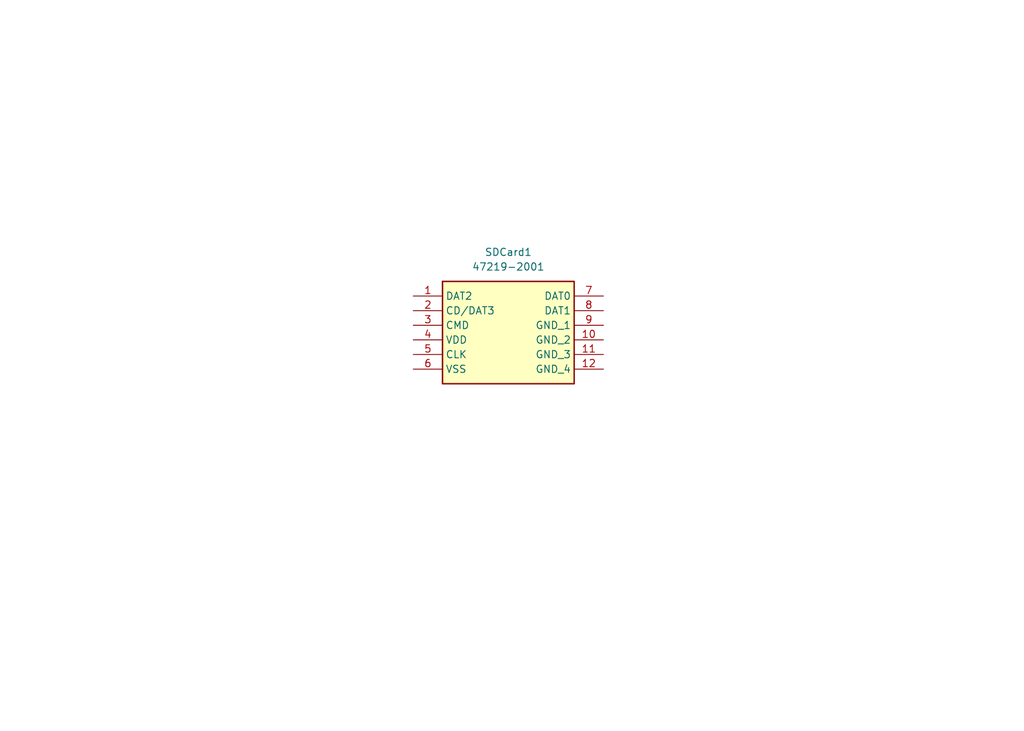
<source format=kicad_sch>
(kicad_sch (version 20230121) (generator eeschema)
  (paper "User" 177.8 127)
  (title_block (title "External SD Card Slot") (company "SpaceTeam Aachen"))
  (lib_symbols
    (symbol "47219-2001:47219-2001"
      (property "Reference" "SDCard" (at 29.21 7.62 0))
      (property "Value" "47219-2001" (at 29.21 5.08 0))
      (symbol "47219-2001_1_1"
        (rectangle (start 5.08 2.54) (end 27.94 -15.24) (stroke (width 0.254)) (fill (type background)))
        (pin passive line (at 0 0 0) (length 5.08) (name "DAT2") (number "1"))
        (pin passive line (at 33.02 -7.62 180) (length 5.08) (name "GND_2") (number "10"))
        (pin passive line (at 33.02 -10.16 180) (length 5.08) (name "GND_3") (number "11"))
        (pin passive line (at 33.02 -12.7 180) (length 5.08) (name "GND_4") (number "12"))
        (pin passive line (at 0 -2.54 0) (length 5.08) (name "CD/DAT3") (number "2"))
        (pin passive line (at 0 -5.08 0) (length 5.08) (name "CMD") (number "3"))
        (pin passive line (at 0 -7.62 0) (length 5.08) (name "VDD") (number "4"))
        (pin passive line (at 0 -10.16 0) (length 5.08) (name "CLK") (number "5"))
        (pin passive line (at 0 -12.7 0) (length 5.08) (name "VSS") (number "6"))
        (pin passive line (at 33.02 0 180) (length 5.08) (name "DAT0") (number "7"))
        (pin passive line (at 33.02 -2.54 180) (length 5.08) (name "DAT1") (number "8"))
        (pin passive line (at 33.02 -5.08 180) (length 5.08) (name "GND_1") (number "9"))
      )
    )
  )
  (symbol (lib_id "47219-2001:47219-2001") (at 71.755 51.435 0) (unit 1)
    (property "Reference" "SDCard1" (at 88.265 43.815 0))
    (property "Value" "47219-2001" (at 88.265 46.355 0))
    (property "Footprint" "footprints:472192001" (effects hide))
    (property "Datasheet" "http://www.molex.com/molex/products/datasheet.jsp?part=active/0472192001_MEMORY_CARD_SOCKET.xml&channel=Products&Lang=en-US" (effects hide))
    (property "Mouser Part Number" "538-47219-2001" (effects hide))
    (property "Mouser Price/Stock" "https://www.mouser.co.uk/ProductDetail/Molex/47219-2001?qs=6kT3pPPHxnVaoXw6Dd7beQ%3D%3D" (effects hide))
    (property "Manufacturer_Name" "Molex" (effects hide))
    (property "Manufacturer_Part_Number" "47219-2001" (effects hide))
  )
)
</source>
